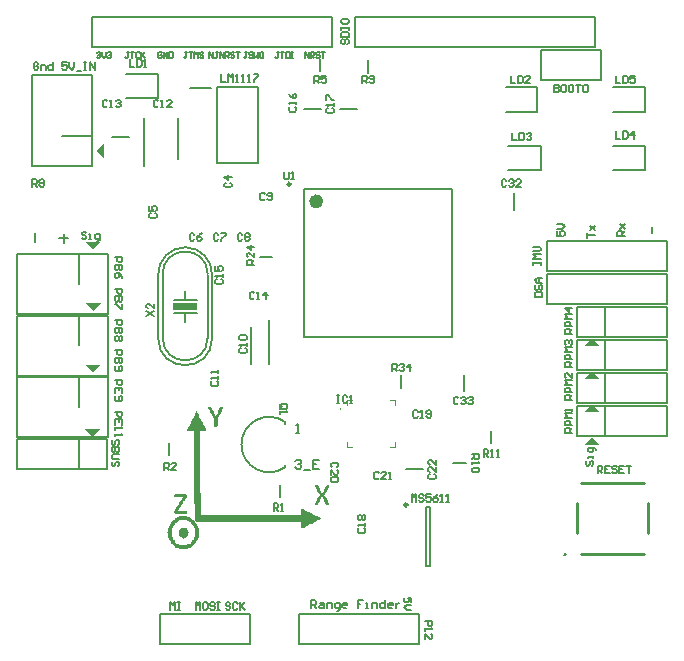
<source format=gto>
G04 Layer_Color=65535*
%FSTAX24Y24*%
%MOIN*%
G70*
G01*
G75*
%ADD33C,0.0100*%
%ADD36C,0.0070*%
%ADD58C,0.0039*%
%ADD59C,0.0236*%
%ADD60C,0.0098*%
%ADD61C,0.0079*%
%ADD62C,0.0060*%
%ADD63C,0.0050*%
%ADD64C,0.0059*%
G36*
X05035Y02629D02*
X04985D01*
X0501Y02654D01*
X05035Y02629D01*
D02*
G37*
G36*
X033458Y02656D02*
X033208Y02681D01*
X033708D01*
X033458Y02656D01*
D02*
G37*
G36*
X037821Y027517D02*
Y02749D01*
X037794D01*
Y027464D01*
Y027437D01*
X037768D01*
Y027411D01*
Y027384D01*
X037741D01*
Y027357D01*
Y027331D01*
X037714D01*
Y027304D01*
Y027278D01*
X037688D01*
Y027251D01*
Y027225D01*
X037661D01*
Y027198D01*
Y027171D01*
X037635D01*
Y027145D01*
Y027118D01*
Y027092D01*
Y027065D01*
Y027039D01*
Y027012D01*
Y026985D01*
Y026959D01*
Y026932D01*
Y026906D01*
X037608D01*
Y026879D01*
X037528D01*
Y026906D01*
X037502D01*
Y026932D01*
Y026959D01*
Y026985D01*
Y027012D01*
Y027039D01*
Y027065D01*
Y027092D01*
Y027118D01*
Y027145D01*
Y027171D01*
Y027198D01*
X037475D01*
Y027225D01*
Y027251D01*
X037449D01*
Y027278D01*
Y027304D01*
X037422D01*
Y027331D01*
Y027357D01*
X037395D01*
Y027384D01*
X037369D01*
Y027411D01*
Y027437D01*
X037342D01*
Y027464D01*
Y02749D01*
X037316D01*
Y027517D01*
Y027543D01*
X037422D01*
Y027517D01*
X037449D01*
Y02749D01*
Y027464D01*
X037475D01*
Y027437D01*
Y027411D01*
X037502D01*
Y027384D01*
Y027357D01*
X037528D01*
Y027331D01*
Y027304D01*
X037555D01*
Y027278D01*
Y027251D01*
X037581D01*
Y027278D01*
X037608D01*
Y027304D01*
Y027331D01*
X037635D01*
Y027357D01*
Y027384D01*
X037661D01*
Y027411D01*
Y027437D01*
Y027464D01*
X037688D01*
Y02749D01*
Y027517D01*
X037714D01*
Y027543D01*
X037821D01*
Y027517D01*
D02*
G37*
G36*
X041355Y024913D02*
Y024886D01*
Y024859D01*
X041329D01*
Y024833D01*
X041302D01*
Y024806D01*
Y02478D01*
X041275D01*
Y024753D01*
Y024727D01*
X041249D01*
Y0247D01*
Y024673D01*
X041222D01*
Y024647D01*
Y02462D01*
X041196D01*
Y024594D01*
X041222D01*
Y024567D01*
X041249D01*
Y024541D01*
Y024514D01*
X041275D01*
Y024487D01*
Y024461D01*
X041302D01*
Y024434D01*
Y024408D01*
X041329D01*
Y024381D01*
Y024355D01*
X041355D01*
Y024328D01*
Y024301D01*
Y024275D01*
X041275D01*
Y024301D01*
X041249D01*
Y024328D01*
X041222D01*
Y024355D01*
Y024381D01*
X041196D01*
Y024408D01*
Y024434D01*
X041169D01*
Y024461D01*
Y024487D01*
X041142D01*
Y024514D01*
Y024541D01*
X041089D01*
Y024514D01*
Y024487D01*
X041063D01*
Y024461D01*
Y024434D01*
X041036D01*
Y024408D01*
Y024381D01*
X04101D01*
Y024355D01*
X040983D01*
Y024328D01*
Y024301D01*
X040956D01*
Y024275D01*
X040877D01*
Y024301D01*
Y024328D01*
Y024355D01*
X040903D01*
Y024381D01*
Y024408D01*
X04093D01*
Y024434D01*
Y024461D01*
X040956D01*
Y024487D01*
Y024514D01*
X040983D01*
Y024541D01*
X04101D01*
Y024567D01*
Y024594D01*
X041036D01*
Y02462D01*
Y024647D01*
X04101D01*
Y024673D01*
X040983D01*
Y0247D01*
Y024727D01*
X040956D01*
Y024753D01*
Y02478D01*
X04093D01*
Y024806D01*
Y024833D01*
X040903D01*
Y024859D01*
Y024886D01*
X040877D01*
Y024913D01*
Y024939D01*
X040983D01*
Y024913D01*
X04101D01*
Y024886D01*
Y024859D01*
X041036D01*
Y024833D01*
Y024806D01*
X041063D01*
Y02478D01*
Y024753D01*
X041089D01*
Y024727D01*
Y0247D01*
X041142D01*
Y024727D01*
X041169D01*
Y024753D01*
Y02478D01*
X041196D01*
Y024806D01*
Y024833D01*
X041222D01*
Y024859D01*
Y024886D01*
X041249D01*
Y024913D01*
X041275D01*
Y024939D01*
X041355D01*
Y024913D01*
D02*
G37*
G36*
X036625Y023876D02*
X036705D01*
Y02385D01*
X036758D01*
Y023823D01*
X036784D01*
Y023796D01*
X036811D01*
Y02377D01*
X036837D01*
Y023743D01*
X036864D01*
Y023717D01*
X036891D01*
Y02369D01*
X036917D01*
Y023664D01*
Y023637D01*
X036944D01*
Y02361D01*
Y023584D01*
X03697D01*
Y023557D01*
Y023531D01*
X036997D01*
Y023504D01*
Y023478D01*
Y023451D01*
Y023424D01*
Y023398D01*
Y023371D01*
X037023D01*
Y023345D01*
X036997D01*
Y023318D01*
Y023292D01*
Y023265D01*
Y023238D01*
Y023212D01*
Y023185D01*
X03697D01*
Y023159D01*
Y023132D01*
X036944D01*
Y023106D01*
Y023079D01*
X036917D01*
Y023052D01*
Y023026D01*
X036891D01*
Y022999D01*
X036864D01*
Y022973D01*
X036837D01*
Y022946D01*
X036811D01*
Y022919D01*
X036784D01*
Y022893D01*
X036758D01*
Y022866D01*
X036705D01*
Y02284D01*
X036651D01*
Y022813D01*
X036332D01*
Y02284D01*
X036279D01*
Y022866D01*
X036226D01*
Y022893D01*
X0362D01*
Y022919D01*
X036173D01*
Y022946D01*
X036146D01*
Y022973D01*
X03612D01*
Y022999D01*
X036093D01*
Y023026D01*
X036067D01*
Y023052D01*
Y023079D01*
X03604D01*
Y023106D01*
Y023132D01*
X036014D01*
Y023159D01*
Y023185D01*
X035987D01*
Y023212D01*
Y023238D01*
Y023265D01*
Y023292D01*
Y023318D01*
Y023345D01*
X03596D01*
Y023371D01*
X035987D01*
Y023398D01*
Y023424D01*
Y023451D01*
Y023478D01*
Y023504D01*
Y023531D01*
X036014D01*
Y023557D01*
Y023584D01*
X03604D01*
Y02361D01*
Y023637D01*
X036067D01*
Y023664D01*
Y02369D01*
X036093D01*
Y023717D01*
X03612D01*
Y023743D01*
X036146D01*
Y02377D01*
X036173D01*
Y023796D01*
X0362D01*
Y023823D01*
X036226D01*
Y02385D01*
X036279D01*
Y023876D01*
X036359D01*
Y023903D01*
X036625D01*
Y023876D01*
D02*
G37*
G36*
X036944Y027384D02*
Y027357D01*
X03697D01*
Y027331D01*
Y027304D01*
X036997D01*
Y027278D01*
Y027251D01*
X037023D01*
Y027225D01*
Y027198D01*
X03705D01*
Y027171D01*
Y027145D01*
X037077D01*
Y027118D01*
Y027092D01*
X037103D01*
Y027065D01*
Y027039D01*
X03713D01*
Y027012D01*
X037156D01*
Y026985D01*
Y026959D01*
X037183D01*
Y026932D01*
Y026906D01*
X037209D01*
Y026879D01*
Y026853D01*
X037236D01*
Y026826D01*
Y026799D01*
X037263D01*
Y026773D01*
Y026746D01*
X03705D01*
Y02672D01*
Y026693D01*
Y026667D01*
Y02664D01*
Y026613D01*
Y026587D01*
Y02656D01*
Y026534D01*
Y026507D01*
Y026481D01*
Y026454D01*
Y026427D01*
Y026401D01*
Y026374D01*
Y026348D01*
Y026321D01*
Y026294D01*
Y026268D01*
Y026241D01*
Y026215D01*
Y026188D01*
Y026162D01*
Y026135D01*
Y026108D01*
Y026082D01*
Y026055D01*
Y026029D01*
Y026002D01*
Y025976D01*
Y025949D01*
Y025922D01*
Y025896D01*
Y025869D01*
Y025843D01*
Y025816D01*
Y02579D01*
Y025763D01*
Y025736D01*
Y02571D01*
Y025683D01*
Y025657D01*
Y02563D01*
Y025604D01*
Y025577D01*
Y02555D01*
Y025524D01*
Y025497D01*
Y025471D01*
Y025444D01*
Y025418D01*
Y025391D01*
Y025364D01*
Y025338D01*
Y025311D01*
Y025285D01*
Y025258D01*
Y025231D01*
Y025205D01*
Y025178D01*
Y025152D01*
Y025125D01*
Y025099D01*
Y025072D01*
Y025045D01*
Y025019D01*
Y024992D01*
Y024966D01*
Y024939D01*
Y024913D01*
Y024886D01*
Y024859D01*
Y024833D01*
Y024806D01*
Y02478D01*
Y024753D01*
Y024727D01*
Y0247D01*
X037077D01*
Y024673D01*
Y024647D01*
Y02462D01*
Y024594D01*
Y024567D01*
Y024541D01*
Y024514D01*
Y024487D01*
Y024461D01*
Y024434D01*
Y024408D01*
Y024381D01*
Y024355D01*
Y024328D01*
Y024301D01*
Y024275D01*
Y024248D01*
Y024222D01*
Y024195D01*
Y024169D01*
Y024142D01*
Y024115D01*
Y024089D01*
Y024062D01*
Y024036D01*
Y024009D01*
Y023982D01*
Y023956D01*
X040425D01*
Y023982D01*
Y024009D01*
Y024036D01*
Y024062D01*
Y024089D01*
Y024115D01*
Y024142D01*
Y024169D01*
X040452D01*
Y024142D01*
X040505D01*
Y024115D01*
X040558D01*
Y024089D01*
X040611D01*
Y024062D01*
X040664D01*
Y024036D01*
X040717D01*
Y024009D01*
X04077D01*
Y023982D01*
X040824D01*
Y023956D01*
X040877D01*
Y023929D01*
X04093D01*
Y023903D01*
X040983D01*
Y023876D01*
X041036D01*
Y02385D01*
X041089D01*
Y023823D01*
X041063D01*
Y023796D01*
X04101D01*
Y02377D01*
X040956D01*
Y023743D01*
X040903D01*
Y023717D01*
X04085D01*
Y02369D01*
X040797D01*
Y023664D01*
X040744D01*
Y023637D01*
X040691D01*
Y02361D01*
X040638D01*
Y023584D01*
X040584D01*
Y023557D01*
X040531D01*
Y023531D01*
X040478D01*
Y023504D01*
X040425D01*
Y023531D01*
Y023557D01*
Y023584D01*
Y02361D01*
Y023637D01*
Y023664D01*
Y02369D01*
Y023717D01*
X036917D01*
Y023743D01*
X036864D01*
Y02377D01*
Y023796D01*
Y023823D01*
Y02385D01*
Y023876D01*
Y023903D01*
Y023929D01*
Y023956D01*
Y023982D01*
Y024009D01*
Y024036D01*
Y024062D01*
Y024089D01*
Y024115D01*
Y024142D01*
Y024169D01*
Y024195D01*
Y024222D01*
Y024248D01*
Y024275D01*
Y024301D01*
Y024328D01*
X036837D01*
Y024355D01*
Y024381D01*
Y024408D01*
Y024434D01*
Y024461D01*
Y024487D01*
Y024514D01*
Y024541D01*
Y024567D01*
Y024594D01*
Y02462D01*
Y024647D01*
Y024673D01*
Y0247D01*
Y024727D01*
Y024753D01*
Y02478D01*
Y024806D01*
Y024833D01*
Y024859D01*
Y024886D01*
Y024913D01*
Y024939D01*
Y024966D01*
Y024992D01*
Y025019D01*
Y025045D01*
Y025072D01*
Y025099D01*
Y025125D01*
Y025152D01*
Y025178D01*
Y025205D01*
Y025231D01*
Y025258D01*
Y025285D01*
Y025311D01*
Y025338D01*
Y025364D01*
Y025391D01*
Y025418D01*
Y025444D01*
Y025471D01*
Y025497D01*
Y025524D01*
Y02555D01*
Y025577D01*
Y025604D01*
Y02563D01*
Y025657D01*
Y025683D01*
Y02571D01*
Y025736D01*
Y025763D01*
Y02579D01*
Y025816D01*
Y025843D01*
Y025869D01*
Y025896D01*
Y025922D01*
Y025949D01*
Y025976D01*
Y026002D01*
Y026029D01*
Y026055D01*
Y026082D01*
Y026108D01*
Y026135D01*
Y026162D01*
Y026188D01*
Y026215D01*
Y026241D01*
Y026268D01*
Y026294D01*
Y026321D01*
Y026348D01*
Y026374D01*
Y026401D01*
Y026427D01*
Y026454D01*
Y026481D01*
Y026507D01*
Y026534D01*
Y02656D01*
Y026587D01*
Y026613D01*
Y02664D01*
Y026667D01*
Y026693D01*
Y02672D01*
Y026746D01*
X036598D01*
Y026773D01*
X036625D01*
Y026799D01*
Y026826D01*
X036651D01*
Y026853D01*
Y026879D01*
X036678D01*
Y026906D01*
Y026932D01*
X036705D01*
Y026959D01*
Y026985D01*
X036731D01*
Y027012D01*
Y027039D01*
X036758D01*
Y027065D01*
Y027092D01*
X036784D01*
Y027118D01*
Y027145D01*
X036811D01*
Y027171D01*
Y027198D01*
X036837D01*
Y027225D01*
Y027251D01*
X036864D01*
Y027278D01*
Y027304D01*
X036891D01*
Y027331D01*
Y027357D01*
X036917D01*
Y027384D01*
Y027411D01*
X036944D01*
Y027384D01*
D02*
G37*
G36*
X036572Y02462D02*
X036598D01*
Y024594D01*
Y024567D01*
Y024541D01*
Y024514D01*
X036572D01*
Y024487D01*
X036545D01*
Y024461D01*
Y024434D01*
X036519D01*
Y024408D01*
X036492D01*
Y024381D01*
Y024355D01*
X036465D01*
Y024328D01*
X036439D01*
Y024301D01*
Y024275D01*
X036412D01*
Y024248D01*
Y024222D01*
X036386D01*
Y024195D01*
X036359D01*
Y024169D01*
Y024142D01*
X036332D01*
Y024115D01*
X036306D01*
Y024089D01*
X036598D01*
Y024062D01*
X036625D01*
Y024036D01*
Y024009D01*
X036598D01*
Y023982D01*
X0362D01*
Y024009D01*
X036173D01*
Y024036D01*
Y024062D01*
Y024089D01*
X0362D01*
Y024115D01*
Y024142D01*
X036226D01*
Y024169D01*
X036253D01*
Y024195D01*
Y024222D01*
X036279D01*
Y024248D01*
X036306D01*
Y024275D01*
Y024301D01*
X036332D01*
Y024328D01*
X036359D01*
Y024355D01*
Y024381D01*
X036386D01*
Y024408D01*
Y024434D01*
X036412D01*
Y024461D01*
X036439D01*
Y024487D01*
Y024514D01*
X036465D01*
Y024541D01*
X0362D01*
Y024567D01*
X036173D01*
Y024594D01*
Y02462D01*
X0362D01*
Y024647D01*
X036572D01*
Y02462D01*
D02*
G37*
G36*
X05035Y02739D02*
X04985D01*
X0501Y02764D01*
X05035Y02739D01*
D02*
G37*
G36*
X03695Y030785D02*
X03616D01*
Y031015D01*
X03695D01*
Y030785D01*
D02*
G37*
G36*
X033488Y03281D02*
X033238Y03306D01*
X033738D01*
X033488Y03281D01*
D02*
G37*
G36*
X03386Y03585D02*
X03361Y0361D01*
X03386Y03635D01*
Y03585D01*
D02*
G37*
G36*
X033488Y03076D02*
X033238Y03101D01*
X033738D01*
X033488Y03076D01*
D02*
G37*
G36*
X05035Y02849D02*
X04985D01*
X0501Y02874D01*
X05035Y02849D01*
D02*
G37*
G36*
X033488Y02871D02*
X033238Y02896D01*
X033738D01*
X033488Y02871D01*
D02*
G37*
G36*
X05035Y02959D02*
X04985D01*
X0501Y02984D01*
X05035Y02959D01*
D02*
G37*
%LPC*%
G36*
X036625Y02377D02*
X036359D01*
Y023743D01*
X036306D01*
Y023717D01*
X036279D01*
Y02369D01*
X036226D01*
Y023664D01*
X0362D01*
Y023637D01*
Y02361D01*
X036173D01*
Y023584D01*
X036146D01*
Y023557D01*
Y023531D01*
Y023504D01*
X03612D01*
Y023478D01*
Y023451D01*
Y023424D01*
Y023398D01*
Y023371D01*
Y023345D01*
Y023318D01*
Y023292D01*
Y023265D01*
Y023238D01*
Y023212D01*
X036146D01*
Y023185D01*
Y023159D01*
Y023132D01*
X036173D01*
Y023106D01*
X0362D01*
Y023079D01*
Y023052D01*
X036226D01*
Y023026D01*
X036253D01*
Y022999D01*
X036306D01*
Y022973D01*
X036359D01*
Y022946D01*
X036625D01*
Y022973D01*
X036678D01*
Y022999D01*
X036731D01*
Y023026D01*
X036758D01*
Y023052D01*
X036784D01*
Y023079D01*
Y023106D01*
X036811D01*
Y023132D01*
X036837D01*
Y023159D01*
Y023185D01*
Y023212D01*
X036864D01*
Y023238D01*
Y023265D01*
Y023292D01*
Y023318D01*
Y023345D01*
Y023371D01*
Y023398D01*
Y023424D01*
Y023451D01*
Y023478D01*
Y023504D01*
X036837D01*
Y023531D01*
Y023557D01*
Y023584D01*
X036811D01*
Y02361D01*
X036784D01*
Y023637D01*
Y023664D01*
X036758D01*
Y02369D01*
X036731D01*
Y023717D01*
X036678D01*
Y023743D01*
X036625D01*
Y02377D01*
D02*
G37*
%LPD*%
G36*
X036572Y023504D02*
X036625D01*
Y023478D01*
Y023451D01*
X036651D01*
Y023424D01*
Y023398D01*
Y023371D01*
X036678D01*
Y023345D01*
X036651D01*
Y023318D01*
Y023292D01*
Y023265D01*
X036625D01*
Y023238D01*
X036598D01*
Y023212D01*
X036572D01*
Y023185D01*
X036519D01*
Y023159D01*
X036492D01*
Y023185D01*
X036439D01*
Y023212D01*
X036386D01*
Y023238D01*
Y023265D01*
X036359D01*
Y023292D01*
Y023318D01*
Y023345D01*
Y023371D01*
Y023398D01*
Y023424D01*
Y023451D01*
X036386D01*
Y023478D01*
X036412D01*
Y023504D01*
X036439D01*
Y023531D01*
X036572D01*
Y023504D01*
D02*
G37*
D33*
X049217Y02263D02*
G03*
X049217Y02263I-000018J0D01*
G01*
X049619Y023338D02*
Y024362D01*
X051981Y023338D02*
Y024362D01*
X049737Y025031D02*
X051863D01*
X049737Y022669D02*
X051863D01*
D36*
X03565Y029841D02*
G03*
X03745Y02985I0009J000006D01*
G01*
X03745Y03195D02*
G03*
X035651Y03195I-000899J00003D01*
G01*
X0358Y029853D02*
G03*
X0373Y02986I00075J000005D01*
G01*
Y03199D02*
G03*
X0358Y031983I-00075J-000005D01*
G01*
X030958Y02655D02*
Y02855D01*
Y02655D02*
X033988D01*
Y02755D01*
Y02855D01*
X030958D02*
X033988D01*
X033008Y02756D02*
Y02855D01*
X030958Y0286D02*
Y0306D01*
Y0286D02*
X033988D01*
Y0296D01*
Y0306D01*
X030958D02*
X033988D01*
X033008Y02961D02*
Y0306D01*
X030958Y03065D02*
Y03265D01*
Y03065D02*
X033988D01*
Y03165D01*
Y03265D01*
X030958D02*
X033988D01*
X033008Y03166D02*
Y03265D01*
Y02551D02*
Y0265D01*
X030958Y0255D02*
Y0265D01*
Y0255D02*
X033958D01*
Y0265D01*
X030958D02*
X033958D01*
X05055Y0288D02*
Y02979D01*
X0526Y0288D02*
Y0298D01*
X0496D02*
X0526D01*
X0496Y0288D02*
Y0298D01*
Y0288D02*
X0526D01*
X03654Y03111D02*
Y03142D01*
X03619Y03111D02*
X03693D01*
X03654Y0304D02*
Y0307D01*
X03618D02*
X03693D01*
X03745Y02985D02*
Y03195D01*
X03565Y029841D02*
Y03195D01*
X0373Y02986D02*
Y03196D01*
X0358Y02987D02*
Y03197D01*
X03145Y03863D02*
X03345D01*
X03145Y0356D02*
Y03863D01*
Y0356D02*
X03245D01*
X03345D01*
Y03863D01*
X03246Y03658D02*
X03345D01*
X05055Y0299D02*
Y03089D01*
X0526Y0299D02*
Y0309D01*
X0496D02*
X0526D01*
X0496Y0299D02*
Y0309D01*
Y0299D02*
X0526D01*
X05055Y0277D02*
Y02869D01*
X0526Y0277D02*
Y0287D01*
X0496D02*
X0526D01*
X0496Y0277D02*
Y0287D01*
Y0277D02*
X0526D01*
X05055Y0266D02*
Y02759D01*
X0526Y0266D02*
Y0276D01*
X0496D02*
X0526D01*
X0496Y0266D02*
Y0276D01*
Y0266D02*
X0526D01*
D58*
X041726Y027472D02*
G03*
X041726Y027512I0J00002D01*
G01*
D02*
G03*
X041726Y027472I0J-00002D01*
G01*
X041963Y027787D02*
X04212D01*
X041963Y02763D02*
Y027787D01*
Y026213D02*
Y02637D01*
Y026213D02*
X04212D01*
X04338Y027787D02*
X043537D01*
Y02763D02*
Y027787D01*
X04338Y026213D02*
X043537D01*
Y02637D01*
D59*
X041038Y034409D02*
G03*
X041038Y034409I-000118J0D01*
G01*
D60*
X040063Y03498D02*
G03*
X040063Y03498I-000049J0D01*
G01*
X043961Y024293D02*
G03*
X043961Y024293I-000049J0D01*
G01*
D61*
X039881Y027056D02*
G03*
X039881Y025544I-000531J-000756D01*
G01*
X036715Y03818D02*
X037404D01*
X037611Y03567D02*
Y03823D01*
Y03567D02*
X038989D01*
Y03823D01*
X037611D02*
X038989D01*
X040526Y029881D02*
X045447D01*
X040526Y034803D02*
X045447D01*
Y029881D02*
Y034803D01*
X040526Y029881D02*
Y034803D01*
X0357Y02065D02*
X0387D01*
X0357Y01965D02*
Y02065D01*
Y01965D02*
X0387D01*
Y02065D01*
X0484Y03845D02*
Y03945D01*
X0504D01*
Y03845D02*
Y03945D01*
X0484Y03845D02*
X0504D01*
X041724Y0375D02*
X042276D01*
X040524D02*
X041076D01*
X04105Y038743D02*
Y039157D01*
X0397Y024543D02*
Y024957D01*
X036Y025943D02*
Y026357D01*
X0422Y03955D02*
X0502D01*
Y04055D01*
X0422D02*
X0502D01*
X0422Y03955D02*
Y04055D01*
X0526Y0321D02*
Y0331D01*
X0486Y0321D02*
X0526D01*
X0486Y0331D02*
X0526D01*
X0486Y0321D02*
Y0331D01*
X0526Y031D02*
Y032D01*
X0486Y031D02*
X0526D01*
X0486Y032D02*
X0526D01*
X0486Y031D02*
Y032D01*
X04035Y01965D02*
Y02065D01*
X04435D01*
X04035Y01965D02*
X04435D01*
Y02065D01*
X036311Y035811D02*
Y037189D01*
X035189Y035575D02*
Y037189D01*
X04675Y026343D02*
Y026757D01*
X034124Y036551D02*
X034676D01*
X034596Y037837D02*
X035639D01*
Y038663D01*
X034596D02*
X035639D01*
X039043Y032567D02*
X039457D01*
X038745Y02897D02*
Y03023D01*
X039355Y02897D02*
Y030466D01*
X0475Y034124D02*
Y034676D01*
X04375Y028193D02*
Y028607D01*
X04585Y028074D02*
Y028626D01*
X04145Y03955D02*
Y04055D01*
X03345Y03955D02*
X04145D01*
X03345D02*
Y04055D01*
X04145D01*
X047241Y037387D02*
X048285D01*
Y038213D01*
X047241D02*
X048285D01*
X047326Y036263D02*
X048399D01*
Y035437D02*
Y036263D01*
X047326Y035437D02*
X048399D01*
X050802Y036263D02*
X051875D01*
Y035437D02*
Y036263D01*
X050802Y035437D02*
X051875D01*
X050826Y037387D02*
X051869D01*
Y038213D01*
X050826D02*
X051869D01*
X045493Y025674D02*
X045907D01*
X039881Y025544D02*
Y025611D01*
X039881Y026989D02*
Y027056D01*
X04265Y038693D02*
Y039107D01*
X044581Y022266D02*
Y024234D01*
Y022266D02*
X044719D01*
Y024234D01*
X044581D02*
X044719D01*
X043924Y0255D02*
X044476D01*
D62*
X04885Y03829D02*
Y03805D01*
X04897D01*
X04901Y03809D01*
Y03813D01*
X04897Y03817D01*
X04885D01*
X04897D01*
X04901Y03821D01*
Y03825D01*
X04897Y03829D01*
X04885D01*
X04921D02*
X04913D01*
X04909Y03825D01*
Y03809D01*
X04913Y03805D01*
X04921D01*
X04925Y03809D01*
Y03825D01*
X04921Y03829D01*
X04945D02*
X04937D01*
X04933Y03825D01*
Y03809D01*
X04937Y03805D01*
X04945D01*
X04949Y03809D01*
Y03825D01*
X04945Y03829D01*
X04957D02*
X04973D01*
X04965D01*
Y03805D01*
X04981Y03825D02*
X04985Y03829D01*
X04993D01*
X04997Y03825D01*
Y03809D01*
X04993Y03805D01*
X04985D01*
X04981Y03809D01*
Y03825D01*
X0447Y02531D02*
X04466Y02527D01*
Y02519D01*
X0447Y02515D01*
X04486D01*
X0449Y02519D01*
Y02527D01*
X04486Y02531D01*
X0449Y02555D02*
Y02539D01*
X04474Y02555D01*
X0447D01*
X04466Y02551D01*
Y02543D01*
X0447Y02539D01*
X0449Y02579D02*
Y02563D01*
X04474Y02579D01*
X0447D01*
X04466Y02575D01*
Y02567D01*
X0447Y02563D01*
X0416Y02794D02*
X04168D01*
X04164D01*
Y0277D01*
X0416D01*
X04168D01*
X04196Y0279D02*
X04192Y02794D01*
X04184D01*
X0418Y0279D01*
Y02774D01*
X04184Y0277D01*
X04192D01*
X04196Y02774D01*
X04204Y0277D02*
X04212D01*
X04208D01*
Y02794D01*
X04204Y0279D01*
X0521Y03355D02*
Y03335D01*
X03153Y03335D02*
Y033043D01*
X03235Y03318D02*
X032657D01*
X032503Y033333D02*
Y033027D01*
X04995Y02576D02*
X04991Y02572D01*
Y02564D01*
X04995Y0256D01*
X04999D01*
X05003Y02564D01*
Y02572D01*
X05007Y02576D01*
X05011D01*
X05015Y02572D01*
Y02564D01*
X05011Y0256D01*
X05015Y02584D02*
Y02592D01*
Y02588D01*
X04999D01*
Y02584D01*
X05023Y02612D02*
Y02616D01*
X05019Y0262D01*
X04999D01*
Y02608D01*
X05003Y02604D01*
X05011D01*
X05015Y02608D01*
Y0262D01*
X0512Y03325D02*
X05096D01*
Y03337D01*
X051Y03341D01*
X05108D01*
X05112Y03337D01*
Y03325D01*
Y03333D02*
X0512Y03341D01*
X05104Y03349D02*
X0512Y03365D01*
X05112Y03357D01*
X05104Y03365D01*
X0512Y03349D01*
X03166Y039D02*
X03162Y03904D01*
X03154D01*
X0315Y039D01*
Y03884D01*
X03154Y0388D01*
X03162D01*
X03166Y03884D01*
Y03892D01*
X03158D01*
X03174Y0388D02*
Y03896D01*
X03186D01*
X0319Y03892D01*
Y0388D01*
X03214Y03904D02*
Y0388D01*
X03202D01*
X03198Y03884D01*
Y03892D01*
X03202Y03896D01*
X03214D01*
X03806Y021D02*
X03802Y02104D01*
X03794D01*
X0379Y021D01*
Y02096D01*
X03794Y02092D01*
X03802D01*
X03806Y02088D01*
Y02084D01*
X03802Y0208D01*
X03794D01*
X0379Y02084D01*
X0383Y021D02*
X03826Y02104D01*
X03818D01*
X03814Y021D01*
Y02084D01*
X03818Y0208D01*
X03826D01*
X0383Y02084D01*
X03838Y02104D02*
Y0208D01*
Y02088D01*
X03854Y02104D01*
X03842Y02092D01*
X03854Y0208D01*
X03605D02*
Y02104D01*
X03613Y02096D01*
X03621Y02104D01*
Y0208D01*
X03629Y02104D02*
X03637D01*
X03633D01*
Y0208D01*
X03629D01*
X03637D01*
X0369D02*
Y02104D01*
X03698Y02096D01*
X03706Y02104D01*
Y0208D01*
X03726Y02104D02*
X03718D01*
X03714Y021D01*
Y02084D01*
X03718Y0208D01*
X03726D01*
X0373Y02084D01*
Y021D01*
X03726Y02104D01*
X03754Y021D02*
X0375Y02104D01*
X03742D01*
X03738Y021D01*
Y02096D01*
X03742Y02092D01*
X0375D01*
X03754Y02088D01*
Y02084D01*
X0375Y0208D01*
X03742D01*
X03738Y02084D01*
X03762Y02104D02*
X0377D01*
X03766D01*
Y0208D01*
X03762D01*
X0377D01*
X04896Y03341D02*
Y03325D01*
X04908D01*
X04904Y03333D01*
Y03337D01*
X04908Y03341D01*
X04916D01*
X0492Y03337D01*
Y03329D01*
X04916Y03325D01*
X04896Y03349D02*
X04912D01*
X0492Y03357D01*
X04912Y03365D01*
X04896D01*
X04996Y0332D02*
Y03336D01*
Y03328D01*
X0502D01*
X05004Y03344D02*
X0502Y0336D01*
X05012Y03352D01*
X05004Y0336D01*
X0502Y03344D01*
X03326Y03335D02*
X03322Y03339D01*
X03314D01*
X0331Y03335D01*
Y03331D01*
X03314Y03327D01*
X03322D01*
X03326Y03323D01*
Y03319D01*
X03322Y03315D01*
X03314D01*
X0331Y03319D01*
X03334Y03315D02*
X03342D01*
X03338D01*
Y03331D01*
X03334D01*
X03362Y03307D02*
X03366D01*
X0337Y03311D01*
Y03331D01*
X03358D01*
X03354Y03327D01*
Y03319D01*
X03358Y03315D01*
X0337D01*
X04409Y02104D02*
Y0212D01*
X04397D01*
X04401Y02112D01*
Y02108D01*
X04397Y02104D01*
X04389D01*
X04385Y02108D01*
Y02116D01*
X04389Y0212D01*
X04409Y02096D02*
X04393D01*
X04385Y02088D01*
X04393Y0208D01*
X04409D01*
X04075Y02085D02*
Y02111D01*
X04088D01*
X040923Y021067D01*
Y02098D01*
X04088Y020937D01*
X04075D01*
X040837D02*
X040923Y02085D01*
X041053Y021023D02*
X04114D01*
X041183Y02098D01*
Y02085D01*
X041053D01*
X04101Y020893D01*
X041053Y020937D01*
X041183D01*
X04127Y02085D02*
Y021023D01*
X0414D01*
X041443Y02098D01*
Y02085D01*
X041616Y020763D02*
X04166D01*
X041703Y020807D01*
Y021023D01*
X041573D01*
X04153Y02098D01*
Y020893D01*
X041573Y02085D01*
X041703D01*
X04192D02*
X041833D01*
X04179Y020893D01*
Y02098D01*
X041833Y021023D01*
X04192D01*
X041963Y02098D01*
Y020937D01*
X04179D01*
X042483Y02111D02*
X042309D01*
Y02098D01*
X042396D01*
X042309D01*
Y02085D01*
X042569D02*
X042656D01*
X042613D01*
Y021023D01*
X042569D01*
X042786Y02085D02*
Y021023D01*
X042916D01*
X042959Y02098D01*
Y02085D01*
X043219Y02111D02*
Y02085D01*
X043089D01*
X043046Y020893D01*
Y02098D01*
X043089Y021023D01*
X043219D01*
X043436Y02085D02*
X043349D01*
X043306Y020893D01*
Y02098D01*
X043349Y021023D01*
X043436D01*
X043479Y02098D01*
Y020937D01*
X043306D01*
X043566Y021023D02*
Y02085D01*
Y020937D01*
X043609Y02098D01*
X043652Y021023D01*
X043696D01*
X0342Y03255D02*
X03446D01*
Y03242D01*
X034417Y032377D01*
X03433D01*
X034287Y03242D01*
Y03255D01*
X03446Y03229D02*
X0342D01*
Y03216D01*
X034243Y032117D01*
X034287D01*
X03433Y03216D01*
Y03229D01*
Y03216D01*
X034373Y032117D01*
X034417D01*
X03446Y03216D01*
Y03229D01*
Y031857D02*
X034417Y031944D01*
X03433Y03203D01*
X034243D01*
X0342Y031987D01*
Y0319D01*
X034243Y031857D01*
X034287D01*
X03433Y0319D01*
Y03203D01*
X0342Y0315D02*
X03446D01*
Y03137D01*
X034417Y031327D01*
X03433D01*
X034287Y03137D01*
Y0315D01*
X03446Y03124D02*
X0342D01*
Y03111D01*
X034243Y031067D01*
X034287D01*
X03433Y03111D01*
Y03124D01*
Y03111D01*
X034373Y031067D01*
X034417D01*
X03446Y03111D01*
Y03124D01*
Y03098D02*
Y030807D01*
X034417D01*
X034243Y03098D01*
X0342D01*
Y03045D02*
X03446D01*
Y03032D01*
X034417Y030277D01*
X03433D01*
X034287Y03032D01*
Y03045D01*
X03446Y03019D02*
X0342D01*
Y03006D01*
X034243Y030017D01*
X034287D01*
X03433Y03006D01*
Y03019D01*
Y03006D01*
X034373Y030017D01*
X034417D01*
X03446Y03006D01*
Y03019D01*
X034417Y02993D02*
X03446Y029887D01*
Y0298D01*
X034417Y029757D01*
X034373D01*
X03433Y0298D01*
X034287Y029757D01*
X034243D01*
X0342Y0298D01*
Y029887D01*
X034243Y02993D01*
X034287D01*
X03433Y029887D01*
X034373Y02993D01*
X034417D01*
X03433Y029887D02*
Y0298D01*
X0342Y02945D02*
X03446D01*
Y02932D01*
X034417Y029277D01*
X03433D01*
X034287Y02932D01*
Y02945D01*
X03446Y02919D02*
X0342D01*
Y02906D01*
X034243Y029017D01*
X034287D01*
X03433Y02906D01*
Y02919D01*
Y02906D01*
X034373Y029017D01*
X034417D01*
X03446Y02906D01*
Y02919D01*
X034243Y02893D02*
X0342Y028887D01*
Y0288D01*
X034243Y028757D01*
X034417D01*
X03446Y0288D01*
Y028887D01*
X034417Y02893D01*
X034373D01*
X03433Y028887D01*
Y028757D01*
X0342Y02845D02*
X03446D01*
Y02832D01*
X034417Y028277D01*
X03433D01*
X034287Y02832D01*
Y02845D01*
X03446Y028017D02*
Y02819D01*
X0342D01*
Y028017D01*
X03433Y02819D02*
Y028103D01*
X034243Y02793D02*
X0342Y027887D01*
Y0278D01*
X034243Y027757D01*
X034417D01*
X03446Y0278D01*
Y027887D01*
X034417Y02793D01*
X034373D01*
X03433Y027887D01*
Y027757D01*
X0342Y0274D02*
X03446D01*
Y02727D01*
X034417Y027227D01*
X03433D01*
X034287Y02727D01*
Y0274D01*
X03446Y026967D02*
Y02714D01*
X0342D01*
Y026967D01*
X03433Y02714D02*
Y027053D01*
X0342Y02688D02*
Y026794D01*
Y026837D01*
X03446D01*
X034417Y02688D01*
X0342Y026664D02*
Y026577D01*
Y02662D01*
X03446D01*
X034417Y026664D01*
D63*
X04085Y03835D02*
Y03859D01*
X04097D01*
X04101Y03855D01*
Y03847D01*
X04097Y03843D01*
X04085D01*
X04093D02*
X04101Y03835D01*
X04125Y03859D02*
X04109D01*
Y03847D01*
X04117Y03851D01*
X04121D01*
X04125Y03847D01*
Y03839D01*
X04121Y03835D01*
X04113D01*
X04109Y03839D01*
X0503Y02535D02*
Y02559D01*
X05042D01*
X05046Y02555D01*
Y02547D01*
X05042Y02543D01*
X0503D01*
X05038D02*
X05046Y02535D01*
X0507Y02559D02*
X05054D01*
Y02535D01*
X0507D01*
X05054Y02547D02*
X05062D01*
X05094Y02555D02*
X0509Y02559D01*
X05082D01*
X05078Y02555D01*
Y02551D01*
X05082Y02547D01*
X0509D01*
X05094Y02543D01*
Y02539D01*
X0509Y02535D01*
X05082D01*
X05078Y02539D01*
X05118Y02559D02*
X05102D01*
Y02535D01*
X05118D01*
X05102Y02547D02*
X0511D01*
X05126Y02559D02*
X05142D01*
X05134D01*
Y02535D01*
X0379Y035033D02*
X03786Y034993D01*
Y034913D01*
X0379Y034873D01*
X03806D01*
X0381Y034913D01*
Y034993D01*
X03806Y035033D01*
X0381Y035233D02*
X03786D01*
X03798Y035113D01*
Y035273D01*
X0354Y03401D02*
X03536Y03397D01*
Y03389D01*
X0354Y03385D01*
X03556D01*
X0356Y03389D01*
Y03397D01*
X03556Y03401D01*
X03536Y03425D02*
Y03409D01*
X03548D01*
X03544Y03417D01*
Y03421D01*
X03548Y03425D01*
X03556D01*
X0356Y03421D01*
Y03413D01*
X03556Y03409D01*
X03686Y0333D02*
X03682Y03334D01*
X03674D01*
X0367Y0333D01*
Y03314D01*
X03674Y0331D01*
X03682D01*
X03686Y03314D01*
X0371Y03334D02*
X03702Y0333D01*
X03694Y03322D01*
Y03314D01*
X03698Y0331D01*
X03706D01*
X0371Y03314D01*
Y03318D01*
X03706Y03322D01*
X03694D01*
X03766Y0333D02*
X03762Y03334D01*
X03754D01*
X0375Y0333D01*
Y03314D01*
X03754Y0331D01*
X03762D01*
X03766Y03314D01*
X03774Y03334D02*
X0379D01*
Y0333D01*
X03774Y03314D01*
Y0331D01*
X03846Y0333D02*
X03842Y03334D01*
X03834D01*
X0383Y0333D01*
Y03314D01*
X03834Y0331D01*
X03842D01*
X03846Y03314D01*
X03854Y0333D02*
X03858Y03334D01*
X03866D01*
X0387Y0333D01*
Y03326D01*
X03866Y03322D01*
X0387Y03318D01*
Y03314D01*
X03866Y0331D01*
X03858D01*
X03854Y03314D01*
Y03318D01*
X03858Y03322D01*
X03854Y03326D01*
Y0333D01*
X03858Y03322D02*
X03866D01*
X03921Y03465D02*
X03917Y03469D01*
X03909D01*
X03905Y03465D01*
Y03449D01*
X03909Y03445D01*
X03917D01*
X03921Y03449D01*
X03929D02*
X03933Y03445D01*
X03941D01*
X03945Y03449D01*
Y03465D01*
X03941Y03469D01*
X03933D01*
X03929Y03465D01*
Y03461D01*
X03933Y03457D01*
X03945D01*
X0384Y02951D02*
X03836Y02947D01*
Y02939D01*
X0384Y02935D01*
X03856D01*
X0386Y02939D01*
Y02947D01*
X03856Y02951D01*
X0386Y02959D02*
Y02967D01*
Y02963D01*
X03836D01*
X0384Y02959D01*
Y02979D02*
X03836Y02983D01*
Y02991D01*
X0384Y02995D01*
X03856D01*
X0386Y02991D01*
Y02983D01*
X03856Y02979D01*
X0384D01*
X03745Y02841D02*
X03741Y02837D01*
Y02829D01*
X03745Y02825D01*
X03761D01*
X03765Y02829D01*
Y02837D01*
X03761Y02841D01*
X03765Y02849D02*
Y02857D01*
Y02853D01*
X03741D01*
X03745Y02849D01*
X03765Y02869D02*
Y02877D01*
Y02873D01*
X03741D01*
X03745Y02869D01*
X03566Y03775D02*
X03562Y03779D01*
X03554D01*
X0355Y03775D01*
Y03759D01*
X03554Y03755D01*
X03562D01*
X03566Y03759D01*
X03574Y03755D02*
X03582D01*
X03578D01*
Y03779D01*
X03574Y03775D01*
X0361Y03755D02*
X03594D01*
X0361Y03771D01*
Y03775D01*
X03606Y03779D01*
X03598D01*
X03594Y03775D01*
X03396D02*
X03392Y03779D01*
X03384D01*
X0338Y03775D01*
Y03759D01*
X03384Y03755D01*
X03392D01*
X03396Y03759D01*
X03404Y03755D02*
X03412D01*
X03408D01*
Y03779D01*
X03404Y03775D01*
X03424D02*
X03428Y03779D01*
X03436D01*
X0344Y03775D01*
Y03771D01*
X03436Y03767D01*
X03432D01*
X03436D01*
X0344Y03763D01*
Y03759D01*
X03436Y03755D01*
X03428D01*
X03424Y03759D01*
X03886Y03135D02*
X03882Y03139D01*
X03874D01*
X0387Y03135D01*
Y03119D01*
X03874Y03115D01*
X03882D01*
X03886Y03119D01*
X03894Y03115D02*
X03902D01*
X03898D01*
Y03139D01*
X03894Y03135D01*
X03926Y03115D02*
Y03139D01*
X03914Y03127D01*
X0393D01*
X0376Y03181D02*
X03756Y03177D01*
Y03169D01*
X0376Y03165D01*
X03776D01*
X0378Y03169D01*
Y03177D01*
X03776Y03181D01*
X0378Y03189D02*
Y03197D01*
Y03193D01*
X03756D01*
X0376Y03189D01*
X03756Y03225D02*
Y03209D01*
X03768D01*
X03764Y03217D01*
Y03221D01*
X03768Y03225D01*
X03776D01*
X0378Y03221D01*
Y03213D01*
X03776Y03209D01*
X04005Y03756D02*
X04001Y03752D01*
Y03744D01*
X04005Y0374D01*
X04021D01*
X04025Y03744D01*
Y03752D01*
X04021Y03756D01*
X04025Y03764D02*
Y03772D01*
Y03768D01*
X04001D01*
X04005Y03764D01*
X04001Y038D02*
X04005Y03792D01*
X04013Y03784D01*
X04021D01*
X04025Y03788D01*
Y03796D01*
X04021Y038D01*
X04017D01*
X04013Y03796D01*
Y03784D01*
X0413Y03751D02*
X04126Y03747D01*
Y03739D01*
X0413Y03735D01*
X04146D01*
X0415Y03739D01*
Y03747D01*
X04146Y03751D01*
X0415Y03759D02*
Y03767D01*
Y03763D01*
X04126D01*
X0413Y03759D01*
X04126Y03779D02*
Y03795D01*
X0413D01*
X04146Y03779D01*
X0415D01*
X04235Y02351D02*
X04231Y02347D01*
Y02339D01*
X04235Y02335D01*
X04251D01*
X04255Y02339D01*
Y02347D01*
X04251Y02351D01*
X04255Y02359D02*
Y02367D01*
Y02363D01*
X04231D01*
X04235Y02359D01*
Y02379D02*
X04231Y02383D01*
Y02391D01*
X04235Y02395D01*
X04239D01*
X04243Y02391D01*
X04247Y02395D01*
X04251D01*
X04255Y02391D01*
Y02383D01*
X04251Y02379D01*
X04247D01*
X04243Y02383D01*
X04239Y02379D01*
X04235D01*
X04243Y02383D02*
Y02391D01*
X04431Y0274D02*
X04427Y02744D01*
X04419D01*
X04415Y0274D01*
Y02724D01*
X04419Y0272D01*
X04427D01*
X04431Y02724D01*
X04439Y0272D02*
X04447D01*
X04443D01*
Y02744D01*
X04439Y0274D01*
X04459Y02724D02*
X04463Y0272D01*
X04471D01*
X04475Y02724D01*
Y0274D01*
X04471Y02744D01*
X04463D01*
X04459Y0274D01*
Y02736D01*
X04463Y02732D01*
X04475D01*
X0416Y02554D02*
X04164Y02558D01*
Y02566D01*
X0416Y0257D01*
X04144D01*
X0414Y02566D01*
Y02558D01*
X04144Y02554D01*
X0414Y0253D02*
Y02546D01*
X04156Y0253D01*
X0416D01*
X04164Y02534D01*
Y02542D01*
X0416Y02546D01*
Y02522D02*
X04164Y02518D01*
Y0251D01*
X0416Y02506D01*
X04144D01*
X0414Y0251D01*
Y02518D01*
X04144Y02522D01*
X0416D01*
X04301Y02535D02*
X04297Y02539D01*
X04289D01*
X04285Y02535D01*
Y02519D01*
X04289Y02515D01*
X04297D01*
X04301Y02519D01*
X04325Y02515D02*
X04309D01*
X04325Y02531D01*
Y02535D01*
X04321Y02539D01*
X04313D01*
X04309Y02535D01*
X04333Y02515D02*
X04341D01*
X04337D01*
Y02539D01*
X04333Y02535D01*
X04726Y0351D02*
X04722Y03514D01*
X04714D01*
X0471Y0351D01*
Y03494D01*
X04714Y0349D01*
X04722D01*
X04726Y03494D01*
X04734Y0351D02*
X04738Y03514D01*
X04746D01*
X0475Y0351D01*
Y03506D01*
X04746Y03502D01*
X04742D01*
X04746D01*
X0475Y03498D01*
Y03494D01*
X04746Y0349D01*
X04738D01*
X04734Y03494D01*
X04774Y0349D02*
X04758D01*
X04774Y03506D01*
Y0351D01*
X0477Y03514D01*
X04762D01*
X04758Y0351D01*
X04566Y02785D02*
X04562Y02789D01*
X04554D01*
X0455Y02785D01*
Y02769D01*
X04554Y02765D01*
X04562D01*
X04566Y02769D01*
X04574Y02785D02*
X04578Y02789D01*
X04586D01*
X0459Y02785D01*
Y02781D01*
X04586Y02777D01*
X04582D01*
X04586D01*
X0459Y02773D01*
Y02769D01*
X04586Y02765D01*
X04578D01*
X04574Y02769D01*
X04598Y02785D02*
X04602Y02789D01*
X0461D01*
X04614Y02785D01*
Y02781D01*
X0461Y02777D01*
X04606D01*
X0461D01*
X04614Y02773D01*
Y02769D01*
X0461Y02765D01*
X04602D01*
X04598Y02769D01*
X03775Y03864D02*
Y0384D01*
X03791D01*
X03799D02*
Y03864D01*
X03807Y03856D01*
X03815Y03864D01*
Y0384D01*
X03823D02*
X03831D01*
X03827D01*
Y03864D01*
X03823Y0386D01*
X03843Y0384D02*
X03851D01*
X03847D01*
Y03864D01*
X03843Y0386D01*
X03863Y0384D02*
X03871D01*
X03867D01*
Y03864D01*
X03863Y0386D01*
X03883Y03864D02*
X03899D01*
Y0386D01*
X03883Y03844D01*
Y0384D01*
X0441Y0244D02*
Y02464D01*
X04418Y02456D01*
X04426Y02464D01*
Y0244D01*
X0445Y0246D02*
X04446Y02464D01*
X04438D01*
X04434Y0246D01*
Y02456D01*
X04438Y02452D01*
X04446D01*
X0445Y02448D01*
Y02444D01*
X04446Y0244D01*
X04438D01*
X04434Y02444D01*
X04474Y02464D02*
X04458D01*
Y02452D01*
X04466Y02456D01*
X0447D01*
X04474Y02452D01*
Y02444D01*
X0447Y0244D01*
X04462D01*
X04458Y02444D01*
X04498Y02464D02*
X0449Y0246D01*
X04482Y02452D01*
Y02444D01*
X04486Y0244D01*
X04494D01*
X04498Y02444D01*
Y02448D01*
X04494Y02452D01*
X04482D01*
X04506Y0244D02*
X04514D01*
X0451D01*
Y02464D01*
X04506Y0246D01*
X04526Y0244D02*
X04534D01*
X0453D01*
Y02464D01*
X04526Y0246D01*
X0347Y03914D02*
Y0389D01*
X03486D01*
X03494Y03914D02*
Y0389D01*
X03506D01*
X0351Y03894D01*
Y0391D01*
X03506Y03914D01*
X03494D01*
X03518Y0389D02*
X03526D01*
X03522D01*
Y03914D01*
X03518Y0391D01*
X0474Y03859D02*
Y03835D01*
X04756D01*
X04764Y03859D02*
Y03835D01*
X04776D01*
X0478Y03839D01*
Y03855D01*
X04776Y03859D01*
X04764D01*
X04804Y03835D02*
X04788D01*
X04804Y03851D01*
Y03855D01*
X048Y03859D01*
X04792D01*
X04788Y03855D01*
X04745Y03669D02*
Y03645D01*
X04761D01*
X04769Y03669D02*
Y03645D01*
X04781D01*
X04785Y03649D01*
Y03665D01*
X04781Y03669D01*
X04769D01*
X04793Y03665D02*
X04797Y03669D01*
X04805D01*
X04809Y03665D01*
Y03661D01*
X04805Y03657D01*
X04801D01*
X04805D01*
X04809Y03653D01*
Y03649D01*
X04805Y03645D01*
X04797D01*
X04793Y03649D01*
X0509Y03674D02*
Y0365D01*
X05106D01*
X05114Y03674D02*
Y0365D01*
X05126D01*
X0513Y03654D01*
Y0367D01*
X05126Y03674D01*
X05114D01*
X0515Y0365D02*
Y03674D01*
X05138Y03662D01*
X05154D01*
X0509Y03859D02*
Y03835D01*
X05106D01*
X05114Y03859D02*
Y03835D01*
X05126D01*
X0513Y03839D01*
Y03855D01*
X05126Y03859D01*
X05114D01*
X05154D02*
X05138D01*
Y03847D01*
X05146Y03851D01*
X0515D01*
X05154Y03847D01*
Y03839D01*
X0515Y03835D01*
X05142D01*
X05138Y03839D01*
X034308Y02629D02*
X034348Y02633D01*
Y02641D01*
X034308Y02645D01*
X034268D01*
X034228Y02641D01*
Y02633D01*
X034188Y02629D01*
X034148D01*
X034108Y02633D01*
Y02641D01*
X034148Y02645D01*
X034348Y02621D02*
X034108D01*
Y02609D01*
X034148Y02605D01*
X034188D01*
X034228Y02609D01*
Y02621D01*
Y02609D01*
X034268Y02605D01*
X034308D01*
X034348Y02609D01*
Y02621D01*
Y02597D02*
X034148D01*
X034108Y02593D01*
Y02585D01*
X034148Y02581D01*
X034348D01*
X034308Y02557D02*
X034348Y02561D01*
Y02569D01*
X034308Y02573D01*
X034268D01*
X034228Y02569D01*
Y02561D01*
X034188Y02557D01*
X034148D01*
X034108Y02561D01*
Y02569D01*
X034148Y02573D01*
X04945Y0267D02*
X04921D01*
Y02682D01*
X04925Y02686D01*
X04933D01*
X04937Y02682D01*
Y0267D01*
Y02678D02*
X04945Y02686D01*
Y02694D02*
X04921D01*
Y02706D01*
X04925Y0271D01*
X04933D01*
X04937Y02706D01*
Y02694D01*
X04945Y02718D02*
X04921D01*
X04929Y02726D01*
X04921Y02734D01*
X04945D01*
Y02742D02*
Y0275D01*
Y02746D01*
X04921D01*
X04925Y02742D01*
X04945Y0278D02*
X04921D01*
Y02792D01*
X04925Y02796D01*
X04933D01*
X04937Y02792D01*
Y0278D01*
Y02788D02*
X04945Y02796D01*
Y02804D02*
X04921D01*
Y02816D01*
X04925Y0282D01*
X04933D01*
X04937Y02816D01*
Y02804D01*
X04945Y02828D02*
X04921D01*
X04929Y02836D01*
X04921Y02844D01*
X04945D01*
Y02868D02*
Y02852D01*
X04929Y02868D01*
X04925D01*
X04921Y02864D01*
Y02856D01*
X04925Y02852D01*
X04821Y031217D02*
X04845D01*
Y031337D01*
X04841Y031377D01*
X04825D01*
X04821Y031337D01*
Y031217D01*
X04825Y031617D02*
X04821Y031577D01*
Y031497D01*
X04825Y031457D01*
X04829D01*
X04833Y031497D01*
Y031577D01*
X04837Y031617D01*
X04841D01*
X04845Y031577D01*
Y031497D01*
X04841Y031457D01*
X04845Y031697D02*
X04829D01*
X04821Y031776D01*
X04829Y031856D01*
X04845D01*
X04833D01*
Y031697D01*
X04816Y0323D02*
Y03238D01*
Y03234D01*
X0484D01*
Y0323D01*
Y03238D01*
Y0325D02*
X04816D01*
X04824Y03258D01*
X04816Y03266D01*
X0484D01*
X04816Y03274D02*
X04836D01*
X0484Y03278D01*
Y03286D01*
X04836Y0329D01*
X04816D01*
X04455Y020417D02*
X04479D01*
Y020297D01*
X04475Y020257D01*
X04467D01*
X04463Y020297D01*
Y020417D01*
X04455Y020177D02*
Y020097D01*
Y020137D01*
X04479D01*
X04475Y020177D01*
X04455Y019817D02*
Y019977D01*
X04471Y019817D01*
X04475D01*
X04479Y019857D01*
Y019937D01*
X04475Y019977D01*
X04945Y03D02*
X04921D01*
Y03012D01*
X04925Y03016D01*
X04933D01*
X04937Y03012D01*
Y03D01*
Y03008D02*
X04945Y03016D01*
Y03024D02*
X04921D01*
Y03036D01*
X04925Y0304D01*
X04933D01*
X04937Y03036D01*
Y03024D01*
X04945Y03048D02*
X04921D01*
X04929Y03056D01*
X04921Y03064D01*
X04945D01*
Y03084D02*
X04921D01*
X04933Y03072D01*
Y03088D01*
X03261Y03904D02*
X03245D01*
Y03892D01*
X03253Y03896D01*
X03257D01*
X03261Y03892D01*
Y03884D01*
X03257Y0388D01*
X03249D01*
X03245Y03884D01*
X03269Y03904D02*
Y03888D01*
X03277Y0388D01*
X03285Y03888D01*
Y03904D01*
X03293Y03876D02*
X03309D01*
X03317Y03904D02*
X03325D01*
X03321D01*
Y0388D01*
X03317D01*
X03325D01*
X03337D02*
Y03904D01*
X03353Y0388D01*
Y03904D01*
X03974Y02749D02*
X0399D01*
X03994Y02753D01*
Y02761D01*
X0399Y02765D01*
X03974D01*
X0397Y02761D01*
Y02753D01*
X03978Y02757D02*
X0397Y02749D01*
Y02753D02*
X03974Y02749D01*
X0397Y02741D02*
Y02733D01*
Y02737D01*
X03994D01*
X0399Y02741D01*
X0395Y0241D02*
Y02434D01*
X03962D01*
X03966Y0243D01*
Y02422D01*
X03962Y02418D01*
X0395D01*
X03958D02*
X03966Y0241D01*
X03974D02*
X03982D01*
X03978D01*
Y02434D01*
X03974Y0243D01*
X03585Y02545D02*
Y02569D01*
X03597D01*
X03601Y02565D01*
Y02557D01*
X03597Y02553D01*
X03585D01*
X03593D02*
X03601Y02545D01*
X03625D02*
X03609D01*
X03625Y02561D01*
Y02565D01*
X03621Y02569D01*
X03613D01*
X03609Y02565D01*
X03145Y0349D02*
Y03514D01*
X03157D01*
X03161Y0351D01*
Y03502D01*
X03157Y03498D01*
X03145D01*
X03153D02*
X03161Y0349D01*
X03169Y0351D02*
X03173Y03514D01*
X03181D01*
X03185Y0351D01*
Y03506D01*
X03181Y03502D01*
X03185Y03498D01*
Y03494D01*
X03181Y0349D01*
X03173D01*
X03169Y03494D01*
Y03498D01*
X03173Y03502D01*
X03169Y03506D01*
Y0351D01*
X03173Y03502D02*
X03181D01*
X04245Y03835D02*
Y03859D01*
X04257D01*
X04261Y03855D01*
Y03847D01*
X04257Y03843D01*
X04245D01*
X04253D02*
X04261Y03835D01*
X04269Y03839D02*
X04273Y03835D01*
X04281D01*
X04285Y03839D01*
Y03855D01*
X04281Y03859D01*
X04273D01*
X04269Y03855D01*
Y03851D01*
X04273Y03847D01*
X04285D01*
X03526Y0306D02*
X0355Y03076D01*
X03526D02*
X0355Y0306D01*
Y031D02*
Y03084D01*
X03534Y031D01*
X0353D01*
X03526Y03096D01*
Y03088D01*
X0353Y03084D01*
X03885Y0323D02*
X03861D01*
Y03242D01*
X03865Y03246D01*
X03873D01*
X03877Y03242D01*
Y0323D01*
Y03238D02*
X03885Y03246D01*
Y0327D02*
Y03254D01*
X03869Y0327D01*
X03865D01*
X03861Y03266D01*
Y03258D01*
X03865Y03254D01*
X03885Y0329D02*
X03861D01*
X03873Y03278D01*
Y03294D01*
X0461Y025974D02*
X04634D01*
Y025854D01*
X0463Y025814D01*
X04622D01*
X04618Y025854D01*
Y025974D01*
Y025894D02*
X0461Y025814D01*
Y025734D02*
Y025654D01*
Y025694D01*
X04634D01*
X0463Y025734D01*
Y025534D02*
X04634Y025494D01*
Y025414D01*
X0463Y025374D01*
X04614D01*
X0461Y025414D01*
Y025494D01*
X04614Y025534D01*
X0463D01*
X0465Y0259D02*
Y02614D01*
X04662D01*
X04666Y0261D01*
Y02602D01*
X04662Y02598D01*
X0465D01*
X04658D02*
X04666Y0259D01*
X04674D02*
X04682D01*
X04678D01*
Y02614D01*
X04674Y0261D01*
X04694Y0259D02*
X04702D01*
X04698D01*
Y02614D01*
X04694Y0261D01*
X04345Y02875D02*
Y02899D01*
X04357D01*
X04361Y02895D01*
Y02887D01*
X04357Y02883D01*
X04345D01*
X04353D02*
X04361Y02875D01*
X04369Y02895D02*
X04373Y02899D01*
X04381D01*
X04385Y02895D01*
Y02891D01*
X04381Y02887D01*
X04377D01*
X04381D01*
X04385Y02883D01*
Y02879D01*
X04381Y02875D01*
X04373D01*
X04369Y02879D01*
X04405Y02875D02*
Y02899D01*
X04393Y02887D01*
X04409D01*
X04945Y0289D02*
X04921D01*
Y02902D01*
X04925Y02906D01*
X04933D01*
X04937Y02902D01*
Y0289D01*
Y02898D02*
X04945Y02906D01*
Y02914D02*
X04921D01*
Y02926D01*
X04925Y0293D01*
X04933D01*
X04937Y02926D01*
Y02914D01*
X04945Y02938D02*
X04921D01*
X04929Y02946D01*
X04921Y02954D01*
X04945D01*
X04925Y02962D02*
X04921Y02966D01*
Y02974D01*
X04925Y02978D01*
X04929D01*
X04933Y02974D01*
Y0297D01*
Y02974D01*
X04937Y02978D01*
X04941D01*
X04945Y02974D01*
Y02966D01*
X04941Y02962D01*
X0418Y03981D02*
X04176Y03977D01*
Y03969D01*
X0418Y03965D01*
X04184D01*
X04188Y03969D01*
Y03977D01*
X04192Y03981D01*
X04196D01*
X042Y03977D01*
Y03969D01*
X04196Y03965D01*
X04176Y03989D02*
X042D01*
Y04001D01*
X04196Y04005D01*
X0418D01*
X04176Y04001D01*
Y03989D01*
Y04013D02*
Y04021D01*
Y04017D01*
X042D01*
Y04013D01*
Y04021D01*
X04176Y04045D02*
Y04037D01*
X0418Y04033D01*
X04196D01*
X042Y04037D01*
Y04045D01*
X04196Y04049D01*
X0418D01*
X04176Y04045D01*
X03985Y03539D02*
Y03519D01*
X03989Y03515D01*
X03997D01*
X04001Y03519D01*
Y03539D01*
X04009Y03515D02*
X04017D01*
X04013D01*
Y03539D01*
X04009Y03535D01*
X0336Y03935D02*
X03363Y03938D01*
X03369D01*
X03372Y03935D01*
Y03932D01*
X03369Y03929D01*
X03366D01*
X03369D01*
X03372Y03926D01*
Y03923D01*
X03369Y0392D01*
X03363D01*
X0336Y03923D01*
X03378Y03938D02*
Y03926D01*
X03384Y0392D01*
X0339Y03926D01*
Y03938D01*
X03396Y03935D02*
X03399Y03938D01*
X03405D01*
X03408Y03935D01*
Y03932D01*
X03405Y03929D01*
X03402D01*
X03405D01*
X03408Y03926D01*
Y03923D01*
X03405Y0392D01*
X03399D01*
X03396Y03923D01*
X03467Y03938D02*
X03461D01*
X03464D01*
Y03923D01*
X03461Y0392D01*
X03458D01*
X03455Y03923D01*
X03473Y03938D02*
X03485D01*
X03479D01*
Y0392D01*
X03503Y03935D02*
X035Y03938D01*
X03494D01*
X03491Y03935D01*
Y03923D01*
X03494Y0392D01*
X035D01*
X03503Y03923D01*
X03509Y03938D02*
Y0392D01*
Y03926D01*
X03521Y03938D01*
X03512Y03929D01*
X03521Y0392D01*
X03577Y03935D02*
X03574Y03938D01*
X03568D01*
X03565Y03935D01*
Y03923D01*
X03568Y0392D01*
X03574D01*
X03577Y03923D01*
Y03929D01*
X03571D01*
X03583Y0392D02*
Y03938D01*
X03595Y0392D01*
Y03938D01*
X03601D02*
Y0392D01*
X0361D01*
X03613Y03923D01*
Y03935D01*
X0361Y03938D01*
X03601D01*
X03662D02*
X03656D01*
X03659D01*
Y03923D01*
X03656Y0392D01*
X03653D01*
X0365Y03923D01*
X03668Y03938D02*
X0368D01*
X03674D01*
Y0392D01*
X03686D02*
Y03938D01*
X03692Y03932D01*
X03698Y03938D01*
Y0392D01*
X03716Y03935D02*
X03713Y03938D01*
X03707D01*
X03704Y03935D01*
Y03932D01*
X03707Y03929D01*
X03713D01*
X03716Y03926D01*
Y03923D01*
X03713Y0392D01*
X03707D01*
X03704Y03923D01*
X03735Y0392D02*
Y03938D01*
X03747Y0392D01*
Y03938D01*
X03765D02*
X03759D01*
X03762D01*
Y03923D01*
X03759Y0392D01*
X03756D01*
X03753Y03923D01*
X03771Y0392D02*
Y03938D01*
X03783Y0392D01*
Y03938D01*
X03789Y0392D02*
Y03938D01*
X03798D01*
X03801Y03935D01*
Y03929D01*
X03798Y03926D01*
X03789D01*
X03795D02*
X03801Y0392D01*
X03819Y03935D02*
X03816Y03938D01*
X0381D01*
X03807Y03935D01*
Y03932D01*
X0381Y03929D01*
X03816D01*
X03819Y03926D01*
Y03923D01*
X03816Y0392D01*
X0381D01*
X03807Y03923D01*
X03825Y03938D02*
X03837D01*
X03831D01*
Y0392D01*
X03862Y03938D02*
X03856D01*
X03859D01*
Y03923D01*
X03856Y0392D01*
X03853D01*
X0385Y03923D01*
X0388Y03935D02*
X03877Y03938D01*
X03871D01*
X03868Y03935D01*
Y03932D01*
X03871Y03929D01*
X03877D01*
X0388Y03926D01*
Y03923D01*
X03877Y0392D01*
X03871D01*
X03868Y03923D01*
X03886Y03938D02*
Y0392D01*
X03892Y03926D01*
X03898Y0392D01*
Y03938D01*
X03913D02*
X03907D01*
X03904Y03935D01*
Y03923D01*
X03907Y0392D01*
X03913D01*
X03916Y03923D01*
Y03935D01*
X03913Y03938D01*
X03967D02*
X03961D01*
X03964D01*
Y03923D01*
X03961Y0392D01*
X03958D01*
X03955Y03923D01*
X03973Y03938D02*
X03985D01*
X03979D01*
Y0392D01*
X03991Y03938D02*
Y0392D01*
X04D01*
X04003Y03923D01*
Y03935D01*
X04Y03938D01*
X03991D01*
X04009D02*
X04015D01*
X04012D01*
Y0392D01*
X04009D01*
X04015D01*
X04055D02*
Y03938D01*
X04067Y0392D01*
Y03938D01*
X04073Y0392D02*
Y03938D01*
X04082D01*
X04085Y03935D01*
Y03929D01*
X04082Y03926D01*
X04073D01*
X04079D02*
X04085Y0392D01*
X04103Y03935D02*
X041Y03938D01*
X04094D01*
X04091Y03935D01*
Y03932D01*
X04094Y03929D01*
X041D01*
X04103Y03926D01*
Y03923D01*
X041Y0392D01*
X04094D01*
X04091Y03923D01*
X04109Y03938D02*
X04121D01*
X04115D01*
Y0392D01*
D64*
X04025Y0267D02*
X04035D01*
X0403D01*
Y027D01*
X04025Y02695D01*
X040226Y025749D02*
X040276Y025799D01*
X040376D01*
X040426Y025749D01*
Y025699D01*
X040376Y025649D01*
X040326D01*
X040376D01*
X040426Y025599D01*
Y025549D01*
X040376Y025499D01*
X040276D01*
X040226Y025549D01*
X040525Y025449D02*
X040725D01*
X041025Y025799D02*
X040825D01*
Y025499D01*
X041025D01*
X040825Y025649D02*
X040925D01*
M02*

</source>
